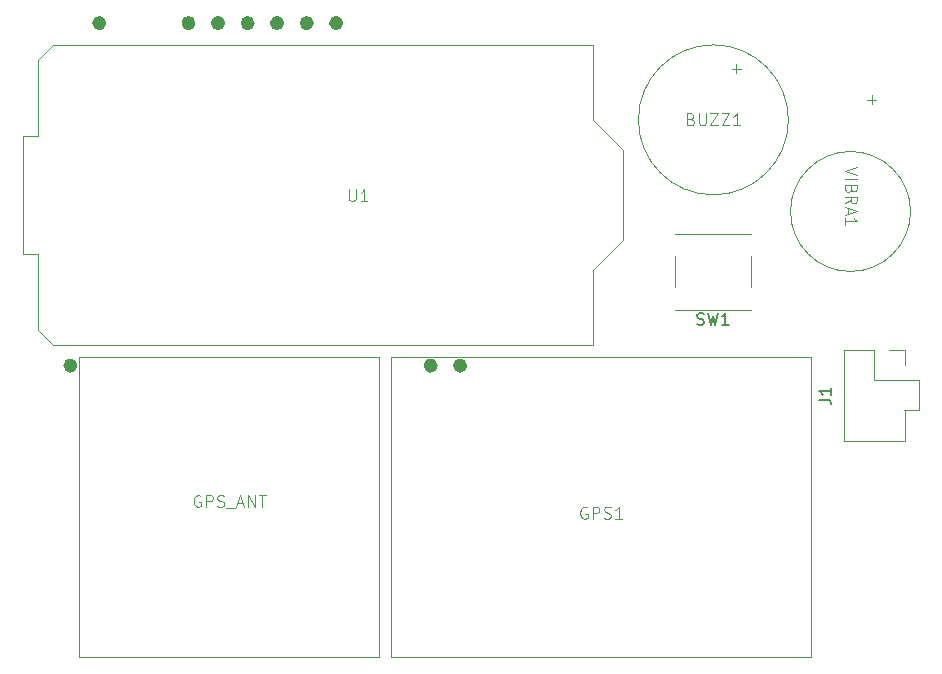
<source format=gbr>
%TF.GenerationSoftware,KiCad,Pcbnew,9.0.0*%
%TF.CreationDate,2025-05-16T10:45:57-07:00*%
%TF.ProjectId,DC33_Cnet_Badge_Main,44433333-5f43-46e6-9574-5f4261646765,rev?*%
%TF.SameCoordinates,Original*%
%TF.FileFunction,Legend,Top*%
%TF.FilePolarity,Positive*%
%FSLAX46Y46*%
G04 Gerber Fmt 4.6, Leading zero omitted, Abs format (unit mm)*
G04 Created by KiCad (PCBNEW 9.0.0) date 2025-05-16 10:45:57*
%MOMM*%
%LPD*%
G01*
G04 APERTURE LIST*
%ADD10C,0.609017*%
%ADD11C,0.100000*%
%ADD12C,0.150000*%
%ADD13C,0.120000*%
G04 APERTURE END LIST*
D10*
X157363525Y-82500000D02*
G75*
G02*
X156754509Y-82500000I-304508J0D01*
G01*
X156754509Y-82500000D02*
G75*
G02*
X157363525Y-82500000I304508J0D01*
G01*
X154863525Y-82500000D02*
G75*
G02*
X154254509Y-82500000I-304508J0D01*
G01*
X154254509Y-82500000D02*
G75*
G02*
X154863525Y-82500000I304508J0D01*
G01*
X124363525Y-82500000D02*
G75*
G02*
X123754509Y-82500000I-304508J0D01*
G01*
X123754509Y-82500000D02*
G75*
G02*
X124363525Y-82500000I304508J0D01*
G01*
X146863525Y-53500000D02*
G75*
G02*
X146254509Y-53500000I-304508J0D01*
G01*
X146254509Y-53500000D02*
G75*
G02*
X146863525Y-53500000I304508J0D01*
G01*
X144363525Y-53500000D02*
G75*
G02*
X143754509Y-53500000I-304508J0D01*
G01*
X143754509Y-53500000D02*
G75*
G02*
X144363525Y-53500000I304508J0D01*
G01*
X141863525Y-53500000D02*
G75*
G02*
X141254509Y-53500000I-304508J0D01*
G01*
X141254509Y-53500000D02*
G75*
G02*
X141863525Y-53500000I304508J0D01*
G01*
X139363525Y-53500000D02*
G75*
G02*
X138754509Y-53500000I-304508J0D01*
G01*
X138754509Y-53500000D02*
G75*
G02*
X139363525Y-53500000I304508J0D01*
G01*
X136863525Y-53500000D02*
G75*
G02*
X136254509Y-53500000I-304508J0D01*
G01*
X136254509Y-53500000D02*
G75*
G02*
X136863525Y-53500000I304508J0D01*
G01*
X134363525Y-53500000D02*
G75*
G02*
X133754509Y-53500000I-304508J0D01*
G01*
X133754509Y-53500000D02*
G75*
G02*
X134363525Y-53500000I304508J0D01*
G01*
X126804508Y-53500000D02*
G75*
G02*
X126195492Y-53500000I-304508J0D01*
G01*
X126195492Y-53500000D02*
G75*
G02*
X126804508Y-53500000I304508J0D01*
G01*
D11*
X190652580Y-65723810D02*
X189652580Y-66057143D01*
X189652580Y-66057143D02*
X190652580Y-66390476D01*
X189652580Y-66723810D02*
X190652580Y-66723810D01*
X190176390Y-67533333D02*
X190128771Y-67676190D01*
X190128771Y-67676190D02*
X190081152Y-67723809D01*
X190081152Y-67723809D02*
X189985914Y-67771428D01*
X189985914Y-67771428D02*
X189843057Y-67771428D01*
X189843057Y-67771428D02*
X189747819Y-67723809D01*
X189747819Y-67723809D02*
X189700200Y-67676190D01*
X189700200Y-67676190D02*
X189652580Y-67580952D01*
X189652580Y-67580952D02*
X189652580Y-67200000D01*
X189652580Y-67200000D02*
X190652580Y-67200000D01*
X190652580Y-67200000D02*
X190652580Y-67533333D01*
X190652580Y-67533333D02*
X190604961Y-67628571D01*
X190604961Y-67628571D02*
X190557342Y-67676190D01*
X190557342Y-67676190D02*
X190462104Y-67723809D01*
X190462104Y-67723809D02*
X190366866Y-67723809D01*
X190366866Y-67723809D02*
X190271628Y-67676190D01*
X190271628Y-67676190D02*
X190224009Y-67628571D01*
X190224009Y-67628571D02*
X190176390Y-67533333D01*
X190176390Y-67533333D02*
X190176390Y-67200000D01*
X189652580Y-68771428D02*
X190128771Y-68438095D01*
X189652580Y-68200000D02*
X190652580Y-68200000D01*
X190652580Y-68200000D02*
X190652580Y-68580952D01*
X190652580Y-68580952D02*
X190604961Y-68676190D01*
X190604961Y-68676190D02*
X190557342Y-68723809D01*
X190557342Y-68723809D02*
X190462104Y-68771428D01*
X190462104Y-68771428D02*
X190319247Y-68771428D01*
X190319247Y-68771428D02*
X190224009Y-68723809D01*
X190224009Y-68723809D02*
X190176390Y-68676190D01*
X190176390Y-68676190D02*
X190128771Y-68580952D01*
X190128771Y-68580952D02*
X190128771Y-68200000D01*
X189938295Y-69152381D02*
X189938295Y-69628571D01*
X189652580Y-69057143D02*
X190652580Y-69390476D01*
X190652580Y-69390476D02*
X189652580Y-69723809D01*
X189652580Y-70580952D02*
X189652580Y-70009524D01*
X189652580Y-70295238D02*
X190652580Y-70295238D01*
X190652580Y-70295238D02*
X190509723Y-70200000D01*
X190509723Y-70200000D02*
X190414485Y-70104762D01*
X190414485Y-70104762D02*
X190366866Y-70009524D01*
X191888533Y-59613884D02*
X191888533Y-60375789D01*
X191507580Y-59994836D02*
X192269485Y-59994836D01*
D12*
X187454819Y-85388333D02*
X188169104Y-85388333D01*
X188169104Y-85388333D02*
X188311961Y-85435952D01*
X188311961Y-85435952D02*
X188407200Y-85531190D01*
X188407200Y-85531190D02*
X188454819Y-85674047D01*
X188454819Y-85674047D02*
X188454819Y-85769285D01*
X188454819Y-84388333D02*
X188454819Y-84959761D01*
X188454819Y-84674047D02*
X187454819Y-84674047D01*
X187454819Y-84674047D02*
X187597676Y-84769285D01*
X187597676Y-84769285D02*
X187692914Y-84864523D01*
X187692914Y-84864523D02*
X187740533Y-84959761D01*
D11*
X176619047Y-61623609D02*
X176761904Y-61671228D01*
X176761904Y-61671228D02*
X176809523Y-61718847D01*
X176809523Y-61718847D02*
X176857142Y-61814085D01*
X176857142Y-61814085D02*
X176857142Y-61956942D01*
X176857142Y-61956942D02*
X176809523Y-62052180D01*
X176809523Y-62052180D02*
X176761904Y-62099800D01*
X176761904Y-62099800D02*
X176666666Y-62147419D01*
X176666666Y-62147419D02*
X176285714Y-62147419D01*
X176285714Y-62147419D02*
X176285714Y-61147419D01*
X176285714Y-61147419D02*
X176619047Y-61147419D01*
X176619047Y-61147419D02*
X176714285Y-61195038D01*
X176714285Y-61195038D02*
X176761904Y-61242657D01*
X176761904Y-61242657D02*
X176809523Y-61337895D01*
X176809523Y-61337895D02*
X176809523Y-61433133D01*
X176809523Y-61433133D02*
X176761904Y-61528371D01*
X176761904Y-61528371D02*
X176714285Y-61575990D01*
X176714285Y-61575990D02*
X176619047Y-61623609D01*
X176619047Y-61623609D02*
X176285714Y-61623609D01*
X177285714Y-61147419D02*
X177285714Y-61956942D01*
X177285714Y-61956942D02*
X177333333Y-62052180D01*
X177333333Y-62052180D02*
X177380952Y-62099800D01*
X177380952Y-62099800D02*
X177476190Y-62147419D01*
X177476190Y-62147419D02*
X177666666Y-62147419D01*
X177666666Y-62147419D02*
X177761904Y-62099800D01*
X177761904Y-62099800D02*
X177809523Y-62052180D01*
X177809523Y-62052180D02*
X177857142Y-61956942D01*
X177857142Y-61956942D02*
X177857142Y-61147419D01*
X178238095Y-61147419D02*
X178904761Y-61147419D01*
X178904761Y-61147419D02*
X178238095Y-62147419D01*
X178238095Y-62147419D02*
X178904761Y-62147419D01*
X179190476Y-61147419D02*
X179857142Y-61147419D01*
X179857142Y-61147419D02*
X179190476Y-62147419D01*
X179190476Y-62147419D02*
X179857142Y-62147419D01*
X180761904Y-62147419D02*
X180190476Y-62147419D01*
X180476190Y-62147419D02*
X180476190Y-61147419D01*
X180476190Y-61147419D02*
X180380952Y-61290276D01*
X180380952Y-61290276D02*
X180285714Y-61385514D01*
X180285714Y-61385514D02*
X180190476Y-61433133D01*
X180073884Y-57371466D02*
X180835789Y-57371466D01*
X180454836Y-57752419D02*
X180454836Y-56990514D01*
X135071428Y-93505038D02*
X134976190Y-93457419D01*
X134976190Y-93457419D02*
X134833333Y-93457419D01*
X134833333Y-93457419D02*
X134690476Y-93505038D01*
X134690476Y-93505038D02*
X134595238Y-93600276D01*
X134595238Y-93600276D02*
X134547619Y-93695514D01*
X134547619Y-93695514D02*
X134500000Y-93885990D01*
X134500000Y-93885990D02*
X134500000Y-94028847D01*
X134500000Y-94028847D02*
X134547619Y-94219323D01*
X134547619Y-94219323D02*
X134595238Y-94314561D01*
X134595238Y-94314561D02*
X134690476Y-94409800D01*
X134690476Y-94409800D02*
X134833333Y-94457419D01*
X134833333Y-94457419D02*
X134928571Y-94457419D01*
X134928571Y-94457419D02*
X135071428Y-94409800D01*
X135071428Y-94409800D02*
X135119047Y-94362180D01*
X135119047Y-94362180D02*
X135119047Y-94028847D01*
X135119047Y-94028847D02*
X134928571Y-94028847D01*
X135547619Y-94457419D02*
X135547619Y-93457419D01*
X135547619Y-93457419D02*
X135928571Y-93457419D01*
X135928571Y-93457419D02*
X136023809Y-93505038D01*
X136023809Y-93505038D02*
X136071428Y-93552657D01*
X136071428Y-93552657D02*
X136119047Y-93647895D01*
X136119047Y-93647895D02*
X136119047Y-93790752D01*
X136119047Y-93790752D02*
X136071428Y-93885990D01*
X136071428Y-93885990D02*
X136023809Y-93933609D01*
X136023809Y-93933609D02*
X135928571Y-93981228D01*
X135928571Y-93981228D02*
X135547619Y-93981228D01*
X136500000Y-94409800D02*
X136642857Y-94457419D01*
X136642857Y-94457419D02*
X136880952Y-94457419D01*
X136880952Y-94457419D02*
X136976190Y-94409800D01*
X136976190Y-94409800D02*
X137023809Y-94362180D01*
X137023809Y-94362180D02*
X137071428Y-94266942D01*
X137071428Y-94266942D02*
X137071428Y-94171704D01*
X137071428Y-94171704D02*
X137023809Y-94076466D01*
X137023809Y-94076466D02*
X136976190Y-94028847D01*
X136976190Y-94028847D02*
X136880952Y-93981228D01*
X136880952Y-93981228D02*
X136690476Y-93933609D01*
X136690476Y-93933609D02*
X136595238Y-93885990D01*
X136595238Y-93885990D02*
X136547619Y-93838371D01*
X136547619Y-93838371D02*
X136500000Y-93743133D01*
X136500000Y-93743133D02*
X136500000Y-93647895D01*
X136500000Y-93647895D02*
X136547619Y-93552657D01*
X136547619Y-93552657D02*
X136595238Y-93505038D01*
X136595238Y-93505038D02*
X136690476Y-93457419D01*
X136690476Y-93457419D02*
X136928571Y-93457419D01*
X136928571Y-93457419D02*
X137071428Y-93505038D01*
X137261905Y-94552657D02*
X138023809Y-94552657D01*
X138214286Y-94171704D02*
X138690476Y-94171704D01*
X138119048Y-94457419D02*
X138452381Y-93457419D01*
X138452381Y-93457419D02*
X138785714Y-94457419D01*
X139119048Y-94457419D02*
X139119048Y-93457419D01*
X139119048Y-93457419D02*
X139690476Y-94457419D01*
X139690476Y-94457419D02*
X139690476Y-93457419D01*
X140023810Y-93457419D02*
X140595238Y-93457419D01*
X140309524Y-94457419D02*
X140309524Y-93457419D01*
X147638095Y-67557419D02*
X147638095Y-68366942D01*
X147638095Y-68366942D02*
X147685714Y-68462180D01*
X147685714Y-68462180D02*
X147733333Y-68509800D01*
X147733333Y-68509800D02*
X147828571Y-68557419D01*
X147828571Y-68557419D02*
X148019047Y-68557419D01*
X148019047Y-68557419D02*
X148114285Y-68509800D01*
X148114285Y-68509800D02*
X148161904Y-68462180D01*
X148161904Y-68462180D02*
X148209523Y-68366942D01*
X148209523Y-68366942D02*
X148209523Y-67557419D01*
X149209523Y-68557419D02*
X148638095Y-68557419D01*
X148923809Y-68557419D02*
X148923809Y-67557419D01*
X148923809Y-67557419D02*
X148828571Y-67700276D01*
X148828571Y-67700276D02*
X148733333Y-67795514D01*
X148733333Y-67795514D02*
X148638095Y-67843133D01*
X167809523Y-94505038D02*
X167714285Y-94457419D01*
X167714285Y-94457419D02*
X167571428Y-94457419D01*
X167571428Y-94457419D02*
X167428571Y-94505038D01*
X167428571Y-94505038D02*
X167333333Y-94600276D01*
X167333333Y-94600276D02*
X167285714Y-94695514D01*
X167285714Y-94695514D02*
X167238095Y-94885990D01*
X167238095Y-94885990D02*
X167238095Y-95028847D01*
X167238095Y-95028847D02*
X167285714Y-95219323D01*
X167285714Y-95219323D02*
X167333333Y-95314561D01*
X167333333Y-95314561D02*
X167428571Y-95409800D01*
X167428571Y-95409800D02*
X167571428Y-95457419D01*
X167571428Y-95457419D02*
X167666666Y-95457419D01*
X167666666Y-95457419D02*
X167809523Y-95409800D01*
X167809523Y-95409800D02*
X167857142Y-95362180D01*
X167857142Y-95362180D02*
X167857142Y-95028847D01*
X167857142Y-95028847D02*
X167666666Y-95028847D01*
X168285714Y-95457419D02*
X168285714Y-94457419D01*
X168285714Y-94457419D02*
X168666666Y-94457419D01*
X168666666Y-94457419D02*
X168761904Y-94505038D01*
X168761904Y-94505038D02*
X168809523Y-94552657D01*
X168809523Y-94552657D02*
X168857142Y-94647895D01*
X168857142Y-94647895D02*
X168857142Y-94790752D01*
X168857142Y-94790752D02*
X168809523Y-94885990D01*
X168809523Y-94885990D02*
X168761904Y-94933609D01*
X168761904Y-94933609D02*
X168666666Y-94981228D01*
X168666666Y-94981228D02*
X168285714Y-94981228D01*
X169238095Y-95409800D02*
X169380952Y-95457419D01*
X169380952Y-95457419D02*
X169619047Y-95457419D01*
X169619047Y-95457419D02*
X169714285Y-95409800D01*
X169714285Y-95409800D02*
X169761904Y-95362180D01*
X169761904Y-95362180D02*
X169809523Y-95266942D01*
X169809523Y-95266942D02*
X169809523Y-95171704D01*
X169809523Y-95171704D02*
X169761904Y-95076466D01*
X169761904Y-95076466D02*
X169714285Y-95028847D01*
X169714285Y-95028847D02*
X169619047Y-94981228D01*
X169619047Y-94981228D02*
X169428571Y-94933609D01*
X169428571Y-94933609D02*
X169333333Y-94885990D01*
X169333333Y-94885990D02*
X169285714Y-94838371D01*
X169285714Y-94838371D02*
X169238095Y-94743133D01*
X169238095Y-94743133D02*
X169238095Y-94647895D01*
X169238095Y-94647895D02*
X169285714Y-94552657D01*
X169285714Y-94552657D02*
X169333333Y-94505038D01*
X169333333Y-94505038D02*
X169428571Y-94457419D01*
X169428571Y-94457419D02*
X169666666Y-94457419D01*
X169666666Y-94457419D02*
X169809523Y-94505038D01*
X170761904Y-95457419D02*
X170190476Y-95457419D01*
X170476190Y-95457419D02*
X170476190Y-94457419D01*
X170476190Y-94457419D02*
X170380952Y-94600276D01*
X170380952Y-94600276D02*
X170285714Y-94695514D01*
X170285714Y-94695514D02*
X170190476Y-94743133D01*
D12*
X177136667Y-79007200D02*
X177279524Y-79054819D01*
X177279524Y-79054819D02*
X177517619Y-79054819D01*
X177517619Y-79054819D02*
X177612857Y-79007200D01*
X177612857Y-79007200D02*
X177660476Y-78959580D01*
X177660476Y-78959580D02*
X177708095Y-78864342D01*
X177708095Y-78864342D02*
X177708095Y-78769104D01*
X177708095Y-78769104D02*
X177660476Y-78673866D01*
X177660476Y-78673866D02*
X177612857Y-78626247D01*
X177612857Y-78626247D02*
X177517619Y-78578628D01*
X177517619Y-78578628D02*
X177327143Y-78531009D01*
X177327143Y-78531009D02*
X177231905Y-78483390D01*
X177231905Y-78483390D02*
X177184286Y-78435771D01*
X177184286Y-78435771D02*
X177136667Y-78340533D01*
X177136667Y-78340533D02*
X177136667Y-78245295D01*
X177136667Y-78245295D02*
X177184286Y-78150057D01*
X177184286Y-78150057D02*
X177231905Y-78102438D01*
X177231905Y-78102438D02*
X177327143Y-78054819D01*
X177327143Y-78054819D02*
X177565238Y-78054819D01*
X177565238Y-78054819D02*
X177708095Y-78102438D01*
X178041429Y-78054819D02*
X178279524Y-79054819D01*
X178279524Y-79054819D02*
X178470000Y-78340533D01*
X178470000Y-78340533D02*
X178660476Y-79054819D01*
X178660476Y-79054819D02*
X178898572Y-78054819D01*
X179803333Y-79054819D02*
X179231905Y-79054819D01*
X179517619Y-79054819D02*
X179517619Y-78054819D01*
X179517619Y-78054819D02*
X179422381Y-78197676D01*
X179422381Y-78197676D02*
X179327143Y-78292914D01*
X179327143Y-78292914D02*
X179231905Y-78340533D01*
D11*
%TO.C,VIBRA1*%
X195190000Y-69450000D02*
G75*
G02*
X185030000Y-69450000I-5080000J0D01*
G01*
X185030000Y-69450000D02*
G75*
G02*
X195190000Y-69450000I5080000J0D01*
G01*
%TO.C,J1*%
X195927500Y-86285000D02*
X194657500Y-86285000D01*
X195927500Y-83745000D02*
X195927500Y-86285000D01*
D13*
X194717500Y-86285000D02*
X194717500Y-88885000D01*
D11*
X194717500Y-83745000D02*
X195927500Y-83745000D01*
D13*
X194717500Y-81145000D02*
X194717500Y-82475000D01*
X193387500Y-81145000D02*
X194717500Y-81145000D01*
X192117500Y-83745000D02*
X194717500Y-83745000D01*
X192117500Y-81145000D02*
X192117500Y-83745000D01*
X189517500Y-88885000D02*
X194717500Y-88885000D01*
X189517500Y-81145000D02*
X192117500Y-81145000D01*
X189517500Y-81145000D02*
X189517500Y-88885000D01*
D11*
%TO.C,BUZZ1*%
X184850000Y-61690000D02*
G75*
G02*
X172150000Y-61690000I-6350000J0D01*
G01*
X172150000Y-61690000D02*
G75*
G02*
X184850000Y-61690000I6350000J0D01*
G01*
%TO.C,GPS_ANT*%
X124787300Y-81800000D02*
X150212700Y-81800000D01*
X150212700Y-107200000D01*
X124787300Y-107200000D01*
X124787300Y-81800000D01*
%TO.C,U1*%
X120050000Y-73070000D02*
X120050000Y-63070000D01*
X120050000Y-73070000D02*
X121320000Y-73070000D01*
X121320000Y-56640000D02*
X121320000Y-63070000D01*
X121320000Y-63070000D02*
X120050000Y-63070000D01*
X121320000Y-79500000D02*
X121320000Y-73070000D01*
X122590000Y-55370000D02*
X121320000Y-56640000D01*
X122590000Y-80770000D02*
X121320000Y-79500000D01*
X168310000Y-55370000D02*
X122590000Y-55370000D01*
X168310000Y-61720000D02*
X168310000Y-55370000D01*
X168310000Y-61720000D02*
X170850000Y-64260000D01*
X168310000Y-74420000D02*
X168310000Y-80770000D01*
X168310000Y-80770000D02*
X122590000Y-80770000D01*
X170850000Y-64260000D02*
X170850000Y-71880000D01*
X170850000Y-71880000D02*
X168310000Y-74420000D01*
%TO.C,GPS1*%
X186792700Y-107200000D02*
X151207300Y-107200000D01*
X151207300Y-81800000D01*
X186792700Y-81800000D01*
X186792700Y-107200000D01*
D13*
%TO.C,SW1*%
X175240000Y-71320000D02*
X175240000Y-71350000D01*
X175240000Y-75850000D02*
X175240000Y-73250000D01*
X175240000Y-77780000D02*
X175240000Y-77750000D01*
X181700000Y-71320000D02*
X175240000Y-71320000D01*
X181700000Y-71320000D02*
X181700000Y-71350000D01*
X181700000Y-75850000D02*
X181700000Y-73250000D01*
X181700000Y-77750000D02*
X181700000Y-77780000D01*
X181700000Y-77780000D02*
X175240000Y-77780000D01*
%TD*%
M02*

</source>
